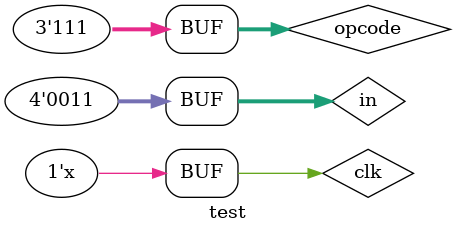
<source format=v>
module test ();
    reg clk;
    parameter mn = 4;
    wire overflow;
    reg [3:0] in;
    reg signed [2:0] opcode;
    wire [3:0] out;
    STACK_BASED_ALU #(.n(mn)) STACK_BASED_ALU_Test(clk, in, opcode, out, overflow);

    always begin
        #5 clk = ~clk;
    end
    
    initial begin
        clk = 0;
        #10 opcode <= 3; in <= 5;
        #10 opcode <= 2; in <= 5;
        #10 opcode <= -2; in <= 3;
        #10 opcode <= -2; in <= 5;
        #10 opcode <= -4; in <= 3;
        #10 opcode <= -3; in <= 3;
        #10 opcode <= -1; in <= 3;
        #10 opcode <= -2; in <= 1;
        #10 opcode <= -2; in <= 2;
        #10 opcode <= -2; in <= 3;
        #10 opcode <= -2; in <= 4;
        #10 opcode <= -2; in <= 5;
        #10 opcode <= -4; in <= 3;
        #10 opcode <= -3; in <= 3;
        #10 opcode <= -1; in <= 3;
        #10 opcode <= -1; in <= 3;
        #10 opcode <= -1; in <= 3;
        #10 opcode <= -1; in <= 3;
        #10 opcode <= -1; in <= 3;
        #10 opcode <= -1; in <= 3;
        #10 opcode <= -1; in <= 3;
    end

    initial begin
        $monitor("output: %d, overflow: %b", out, overflow);
    end
endmodule

</source>
